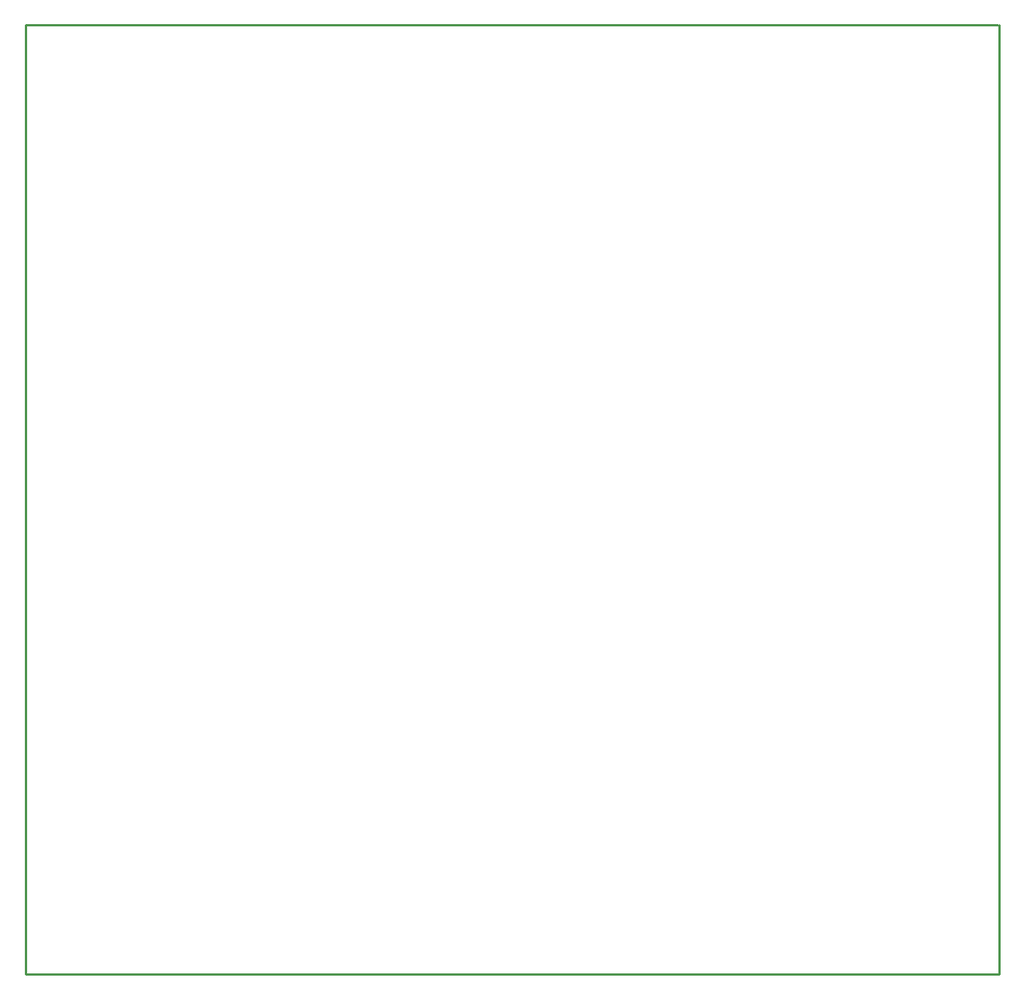
<source format=gko>
%FSLAX42Y42*%
%MOMM*%
G71*
G01*
G75*
G04 Layer_Color=16711935*
%ADD10R,1.10X1.40*%
%ADD11O,2.20X0.60*%
%ADD12R,1.10X1.70*%
%ADD13R,1.40X6.70*%
%ADD14C,0.64*%
%ADD15C,0.55*%
%ADD16C,0.30*%
%ADD17C,3.81*%
%ADD18R,3.81X3.81*%
%ADD19R,1.85X1.85*%
%ADD20C,1.85*%
%ADD21C,1.50*%
%ADD22R,1.50X1.50*%
%ADD23R,1.50X1.50*%
%ADD24O,2.00X1.00*%
%ADD25O,2.00X1.00*%
%ADD26C,1.52*%
%ADD27C,3.80*%
%ADD28R,1.60X1.60*%
%ADD29C,1.60*%
%ADD30C,1.50*%
%ADD31R,1.50X1.50*%
%ADD32R,1.50X1.50*%
%ADD33O,2.00X4.50*%
%ADD34O,2.00X4.00*%
%ADD35O,4.00X2.00*%
%ADD36C,1.27*%
%ADD37C,0.25*%
%ADD38C,0.20*%
%ADD39C,0.60*%
%ADD40C,0.25*%
%ADD41C,0.20*%
%ADD42C,0.15*%
%ADD43R,1.30X1.60*%
%ADD44O,2.40X0.80*%
%ADD45R,1.30X1.90*%
%ADD46R,1.60X6.90*%
%ADD47C,4.01*%
%ADD48R,4.01X4.01*%
%ADD49R,2.05X2.05*%
%ADD50C,2.05*%
%ADD51C,1.70*%
%ADD52R,1.70X1.70*%
%ADD53R,1.70X1.70*%
%ADD54O,2.20X1.20*%
%ADD55O,2.20X1.20*%
%ADD56C,1.73*%
%ADD57C,4.00*%
%ADD58R,1.80X1.80*%
%ADD59C,1.80*%
%ADD60C,1.70*%
%ADD61R,1.70X1.70*%
%ADD62R,1.70X1.70*%
%ADD63O,2.20X4.70*%
%ADD64O,2.20X4.20*%
%ADD65O,4.20X2.20*%
%ADD66C,1.47*%
%ADD67C,1.00*%
%ADD68C,0.03*%
%ADD69C,2.02*%
%ADD70C,0.10*%
D40*
X21285Y26873D02*
X32207D01*
X21285Y16205D02*
Y26873D01*
Y16205D02*
X32222D01*
Y26873D01*
M02*

</source>
